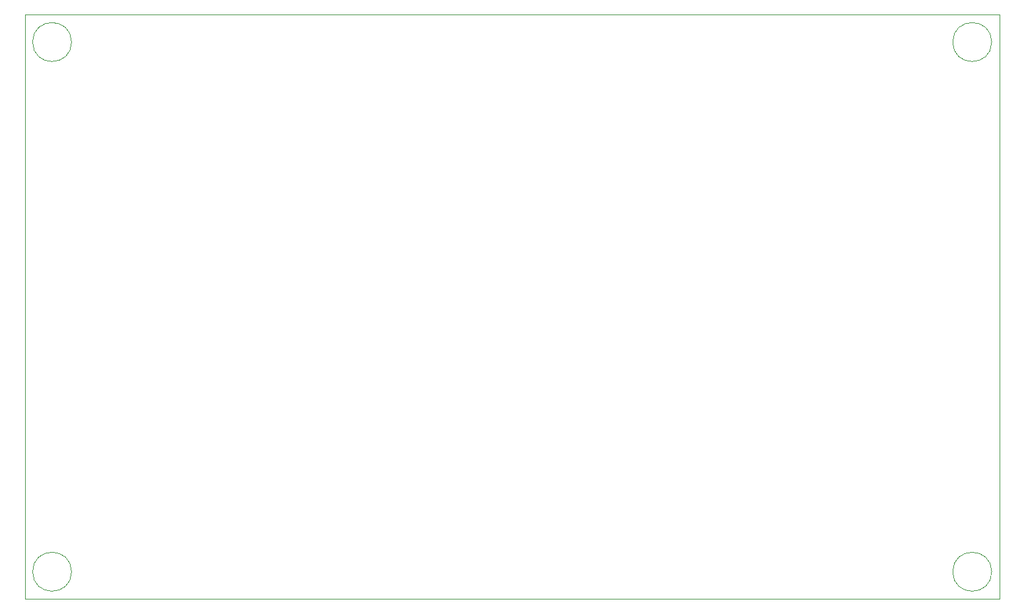
<source format=gko>
%TF.GenerationSoftware,KiCad,Pcbnew,7.0.7*%
%TF.CreationDate,2023-12-20T15:38:10-07:00*%
%TF.ProjectId,Control Pilot PCB,436f6e74-726f-46c2-9050-696c6f742050,rev?*%
%TF.SameCoordinates,Original*%
%TF.FileFunction,Soldermask,Bot*%
%TF.FilePolarity,Negative*%
%FSLAX46Y46*%
G04 Gerber Fmt 4.6, Leading zero omitted, Abs format (unit mm)*
G04 Created by KiCad (PCBNEW 7.0.7) date 2023-12-20 15:38:10*
%MOMM*%
%LPD*%
G01*
G04 APERTURE LIST*
%TA.AperFunction,Profile*%
%ADD10C,0.100000*%
%TD*%
G04 APERTURE END LIST*
D10*
X59030000Y-48030000D02*
G75*
G03*
X59030000Y-48030000I-2500000J0D01*
G01*
X59030000Y-116030000D02*
G75*
G03*
X59030000Y-116030000I-2500000J0D01*
G01*
X177030000Y-116030000D02*
G75*
G03*
X177030000Y-116030000I-2500000J0D01*
G01*
X177030000Y-48030000D02*
G75*
G03*
X177030000Y-48030000I-2500000J0D01*
G01*
X53030000Y-44530000D02*
X178030000Y-44530000D01*
X178030000Y-119530000D01*
X53030000Y-119530000D01*
X53030000Y-44530000D01*
M02*

</source>
